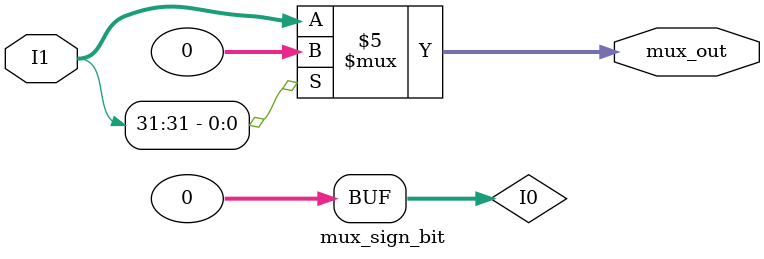
<source format=v>
module mux_sign_bit(input [31:0] I1, output reg [31:0]mux_out);

    reg [31:0] I0 = 32'b00000000000000000000000000000000;
   
    always @(*) begin

        if(!I1[31])
            mux_out = I1;
        else
            mux_out = I0;
    end

endmodule
</source>
